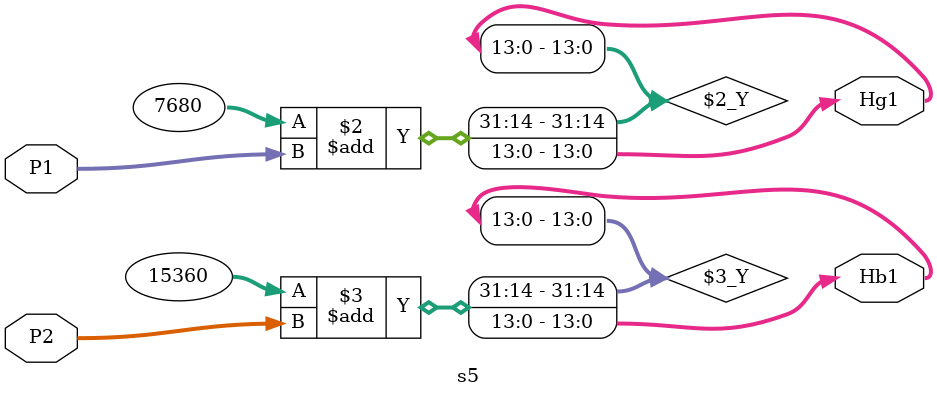
<source format=v>
module s5(
    input [13:0] P1,P2,
    output reg [13:0] Hg1, Hb1
);

always @(P1,P2) begin
    Hg1 <= (120 << 6'd6) + P1;
    Hb1 <= (240 << 6'd6) + P2;
end
endmodule
</source>
